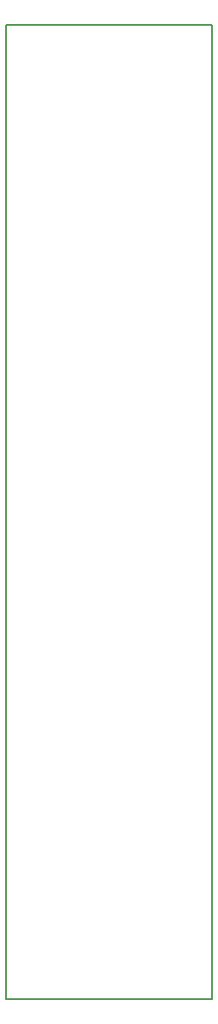
<source format=gm1>
G04 #@! TF.FileFunction,Profile,NP*
%FSLAX46Y46*%
G04 Gerber Fmt 4.6, Leading zero omitted, Abs format (unit mm)*
G04 Created by KiCad (PCBNEW 4.0.7-e2-6376~58~ubuntu16.04.1) date Wed Jan 24 19:35:02 2018*
%MOMM*%
%LPD*%
G01*
G04 APERTURE LIST*
%ADD10C,0.100000*%
%ADD11C,0.150000*%
G04 APERTURE END LIST*
D10*
D11*
X150876000Y-58039000D02*
X130556000Y-58039000D01*
X150876000Y-154051000D02*
X150876000Y-58039000D01*
X130556000Y-154051000D02*
X150876000Y-154051000D01*
X130556000Y-58039000D02*
X130556000Y-154051000D01*
M02*

</source>
